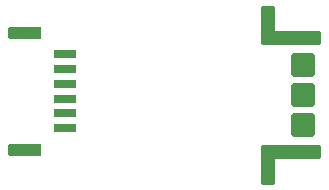
<source format=gbr>
G04*
G04 #@! TF.GenerationSoftware,Altium Limited,Altium Designer,24.7.2 (38)*
G04*
G04 Layer_Color=255*
%FSLAX25Y25*%
%MOIN*%
G70*
G04*
G04 #@! TF.SameCoordinates,0AE953C0-7C88-47E9-B79E-664DAA7B62C1*
G04*
G04*
G04 #@! TF.FilePolarity,Positive*
G04*
G01*
G75*
G04:AMPARAMS|DCode=32|XSize=196.85mil|YSize=47.24mil|CornerRadius=3.54mil|HoleSize=0mil|Usage=FLASHONLY|Rotation=0.000|XOffset=0mil|YOffset=0mil|HoleType=Round|Shape=RoundedRectangle|*
%AMROUNDEDRECTD32*
21,1,0.19685,0.04016,0,0,0.0*
21,1,0.18976,0.04724,0,0,0.0*
1,1,0.00709,0.09488,-0.02008*
1,1,0.00709,-0.09488,-0.02008*
1,1,0.00709,-0.09488,0.02008*
1,1,0.00709,0.09488,0.02008*
%
%ADD32ROUNDEDRECTD32*%
G04:AMPARAMS|DCode=33|XSize=78.74mil|YSize=78.74mil|CornerRadius=5.91mil|HoleSize=0mil|Usage=FLASHONLY|Rotation=0.000|XOffset=0mil|YOffset=0mil|HoleType=Round|Shape=RoundedRectangle|*
%AMROUNDEDRECTD33*
21,1,0.07874,0.06693,0,0,0.0*
21,1,0.06693,0.07874,0,0,0.0*
1,1,0.01181,0.03347,-0.03347*
1,1,0.01181,-0.03347,-0.03347*
1,1,0.01181,-0.03347,0.03347*
1,1,0.01181,0.03347,0.03347*
%
%ADD33ROUNDEDRECTD33*%
G04:AMPARAMS|DCode=34|XSize=98.43mil|YSize=47.24mil|CornerRadius=3.54mil|HoleSize=0mil|Usage=FLASHONLY|Rotation=90.000|XOffset=0mil|YOffset=0mil|HoleType=Round|Shape=RoundedRectangle|*
%AMROUNDEDRECTD34*
21,1,0.09843,0.04016,0,0,90.0*
21,1,0.09134,0.04724,0,0,90.0*
1,1,0.00709,0.02008,0.04567*
1,1,0.00709,0.02008,-0.04567*
1,1,0.00709,-0.02008,-0.04567*
1,1,0.00709,-0.02008,0.04567*
%
%ADD34ROUNDEDRECTD34*%
G04:AMPARAMS|DCode=69|XSize=26mil|YSize=71mil|CornerRadius=1.3mil|HoleSize=0mil|Usage=FLASHONLY|Rotation=90.000|XOffset=0mil|YOffset=0mil|HoleType=Round|Shape=RoundedRectangle|*
%AMROUNDEDRECTD69*
21,1,0.02600,0.06840,0,0,90.0*
21,1,0.02340,0.07100,0,0,90.0*
1,1,0.00260,0.03420,0.01170*
1,1,0.00260,0.03420,-0.01170*
1,1,0.00260,-0.03420,-0.01170*
1,1,0.00260,-0.03420,0.01170*
%
%ADD69ROUNDEDRECTD69*%
G04:AMPARAMS|DCode=70|XSize=110mil|YSize=39mil|CornerRadius=1.95mil|HoleSize=0mil|Usage=FLASHONLY|Rotation=0.000|XOffset=0mil|YOffset=0mil|HoleType=Round|Shape=RoundedRectangle|*
%AMROUNDEDRECTD70*
21,1,0.11000,0.03510,0,0,0.0*
21,1,0.10610,0.03900,0,0,0.0*
1,1,0.00390,0.05305,-0.01755*
1,1,0.00390,-0.05305,-0.01755*
1,1,0.00390,-0.05305,0.01755*
1,1,0.00390,0.05305,0.01755*
%
%ADD70ROUNDEDRECTD70*%
D32*
X226378Y117323D02*
D03*
Y79528D02*
D03*
D33*
X230315Y108425D02*
D03*
Y98425D02*
D03*
Y88425D02*
D03*
D34*
X218898Y123228D02*
D03*
Y73622D02*
D03*
D69*
X150984Y87402D02*
D03*
Y92323D02*
D03*
Y97244D02*
D03*
Y102165D02*
D03*
Y107087D02*
D03*
Y112008D02*
D03*
D70*
X137795Y80118D02*
D03*
Y119291D02*
D03*
M02*

</source>
